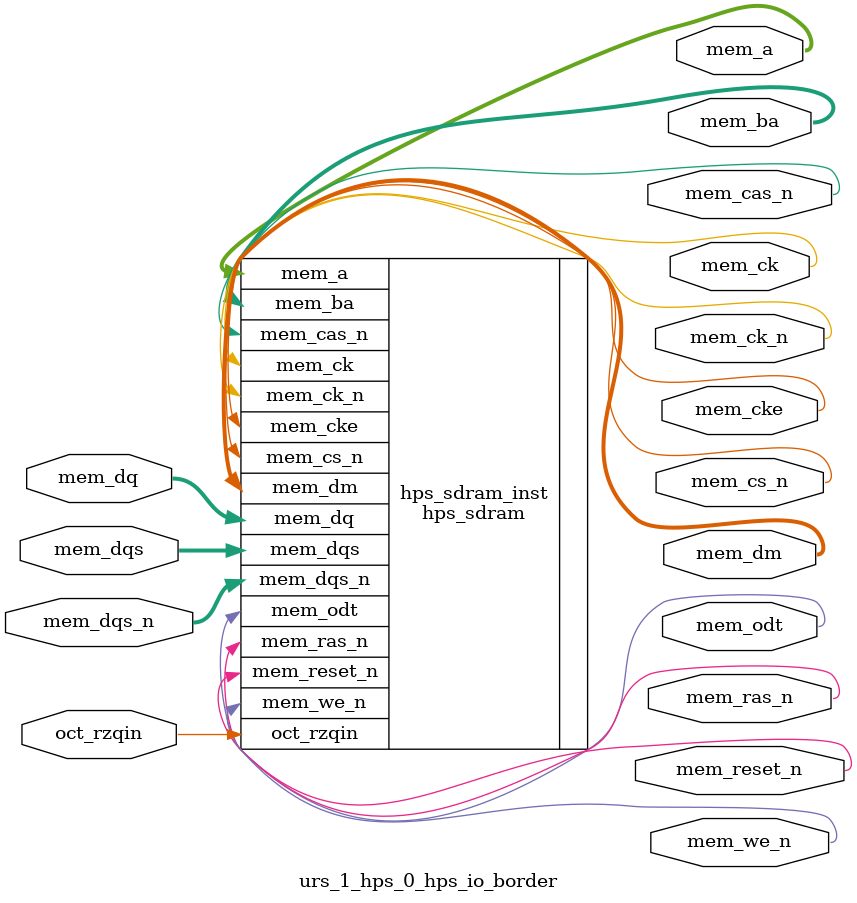
<source format=sv>


module urs_1_hps_0_hps_io_border(
// memory
  output wire [15 - 1 : 0 ] mem_a
 ,output wire [3 - 1 : 0 ] mem_ba
 ,output wire [1 - 1 : 0 ] mem_ck
 ,output wire [1 - 1 : 0 ] mem_ck_n
 ,output wire [1 - 1 : 0 ] mem_cke
 ,output wire [1 - 1 : 0 ] mem_cs_n
 ,output wire [1 - 1 : 0 ] mem_ras_n
 ,output wire [1 - 1 : 0 ] mem_cas_n
 ,output wire [1 - 1 : 0 ] mem_we_n
 ,output wire [1 - 1 : 0 ] mem_reset_n
 ,inout wire [32 - 1 : 0 ] mem_dq
 ,inout wire [4 - 1 : 0 ] mem_dqs
 ,inout wire [4 - 1 : 0 ] mem_dqs_n
 ,output wire [1 - 1 : 0 ] mem_odt
 ,output wire [4 - 1 : 0 ] mem_dm
 ,input wire [1 - 1 : 0 ] oct_rzqin
);


hps_sdram hps_sdram_inst(
 .mem_dq({
    mem_dq[31:0] // 31:0
  })
,.mem_odt({
    mem_odt[0:0] // 0:0
  })
,.mem_ras_n({
    mem_ras_n[0:0] // 0:0
  })
,.mem_dqs_n({
    mem_dqs_n[3:0] // 3:0
  })
,.mem_dqs({
    mem_dqs[3:0] // 3:0
  })
,.mem_dm({
    mem_dm[3:0] // 3:0
  })
,.mem_we_n({
    mem_we_n[0:0] // 0:0
  })
,.mem_cas_n({
    mem_cas_n[0:0] // 0:0
  })
,.mem_ba({
    mem_ba[2:0] // 2:0
  })
,.mem_a({
    mem_a[14:0] // 14:0
  })
,.mem_cs_n({
    mem_cs_n[0:0] // 0:0
  })
,.mem_ck({
    mem_ck[0:0] // 0:0
  })
,.mem_cke({
    mem_cke[0:0] // 0:0
  })
,.oct_rzqin({
    oct_rzqin[0:0] // 0:0
  })
,.mem_reset_n({
    mem_reset_n[0:0] // 0:0
  })
,.mem_ck_n({
    mem_ck_n[0:0] // 0:0
  })
);

endmodule


</source>
